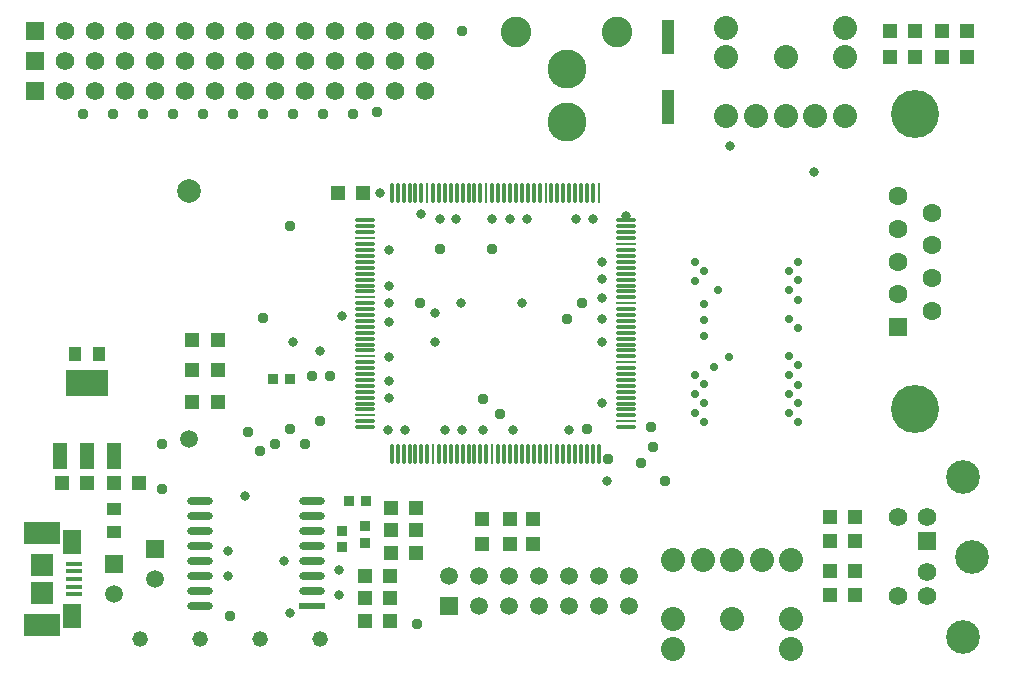
<source format=gts>
G04 Layer_Color=8388736*
%FSLAX23Y23*%
%MOIN*%
G70*
G01*
G75*
%ADD10R,0.039X0.114*%
%ADD11R,0.050X0.050*%
%ADD12R,0.038X0.032*%
%ADD13R,0.011X0.070*%
%ADD14O,0.011X0.070*%
%ADD15O,0.070X0.011*%
%ADD16R,0.070X0.011*%
%ADD17R,0.048X0.048*%
%ADD18R,0.050X0.050*%
%ADD19R,0.032X0.038*%
%ADD20R,0.048X0.088*%
%ADD21R,0.142X0.088*%
%ADD22R,0.040X0.048*%
%ADD23R,0.048X0.040*%
%ADD24R,0.086X0.024*%
%ADD25O,0.086X0.024*%
%ADD26R,0.063X0.083*%
%ADD27R,0.120X0.075*%
%ADD28R,0.075X0.075*%
%ADD29R,0.053X0.016*%
%ADD33R,0.063X0.063*%
%ADD34C,0.063*%
%ADD35C,0.160*%
%ADD36C,0.130*%
%ADD37C,0.102*%
%ADD38C,0.080*%
%ADD39R,0.059X0.059*%
%ADD40C,0.059*%
%ADD41R,0.062X0.062*%
%ADD42C,0.062*%
%ADD43R,0.062X0.062*%
%ADD44C,0.112*%
%ADD46R,0.059X0.059*%
%ADD47C,0.052*%
%ADD48C,0.032*%
%ADD49C,0.037*%
%ADD50C,0.028*%
%ADD65C,0.059*%
%ADD66C,0.079*%
D10*
X2185Y2108D02*
D03*
Y1872D02*
D03*
D11*
X166Y620D02*
D03*
X250D02*
D03*
X424D02*
D03*
X340D02*
D03*
X1263Y388D02*
D03*
X1347D02*
D03*
X3009Y2125D02*
D03*
X2925D02*
D03*
Y2040D02*
D03*
X3009D02*
D03*
X1085Y1585D02*
D03*
X1169D02*
D03*
X2810Y505D02*
D03*
X2726D02*
D03*
Y245D02*
D03*
X2810D02*
D03*
Y425D02*
D03*
X2726D02*
D03*
Y325D02*
D03*
X2810D02*
D03*
X1260Y310D02*
D03*
X1176D02*
D03*
X1260Y235D02*
D03*
X1176D02*
D03*
X1347Y538D02*
D03*
X1263D02*
D03*
X1347Y463D02*
D03*
X1263D02*
D03*
X601Y995D02*
D03*
X685D02*
D03*
Y890D02*
D03*
X601D02*
D03*
Y1095D02*
D03*
X685D02*
D03*
X1260Y160D02*
D03*
X1176D02*
D03*
D12*
X1100Y461D02*
D03*
Y405D02*
D03*
X1175Y420D02*
D03*
Y476D02*
D03*
D13*
X1955Y1585D02*
D03*
X1778D02*
D03*
X1581D02*
D03*
X1384D02*
D03*
X1403Y715D02*
D03*
X1600D02*
D03*
X1797D02*
D03*
D14*
X1935Y1585D02*
D03*
X1916D02*
D03*
X1896D02*
D03*
X1876D02*
D03*
X1857D02*
D03*
X1837D02*
D03*
X1817D02*
D03*
X1797D02*
D03*
X1758D02*
D03*
X1738D02*
D03*
X1719D02*
D03*
X1699D02*
D03*
X1679D02*
D03*
X1660D02*
D03*
X1640D02*
D03*
X1620D02*
D03*
X1600D02*
D03*
X1561D02*
D03*
X1541D02*
D03*
X1522D02*
D03*
X1502D02*
D03*
X1482D02*
D03*
X1462D02*
D03*
X1443D02*
D03*
X1423D02*
D03*
X1403D02*
D03*
X1364D02*
D03*
X1344D02*
D03*
X1325D02*
D03*
X1305D02*
D03*
X1285D02*
D03*
X1265D02*
D03*
Y715D02*
D03*
X1285D02*
D03*
X1305D02*
D03*
X1325D02*
D03*
X1344D02*
D03*
X1364D02*
D03*
X1384D02*
D03*
X1423D02*
D03*
X1443D02*
D03*
X1462D02*
D03*
X1482D02*
D03*
X1502D02*
D03*
X1522D02*
D03*
X1541D02*
D03*
X1561D02*
D03*
X1581D02*
D03*
X1620D02*
D03*
X1640D02*
D03*
X1660D02*
D03*
X1679D02*
D03*
X1699D02*
D03*
X1719D02*
D03*
X1738D02*
D03*
X1758D02*
D03*
X1778D02*
D03*
X1817D02*
D03*
X1837D02*
D03*
X1857D02*
D03*
X1876D02*
D03*
X1896D02*
D03*
X1916D02*
D03*
X1935D02*
D03*
X1955D02*
D03*
D15*
X1176Y1495D02*
D03*
Y1475D02*
D03*
Y1456D02*
D03*
Y1416D02*
D03*
Y1396D02*
D03*
Y1377D02*
D03*
Y1357D02*
D03*
Y1337D02*
D03*
Y1318D02*
D03*
Y1298D02*
D03*
Y1278D02*
D03*
Y1259D02*
D03*
Y1219D02*
D03*
Y1199D02*
D03*
Y1180D02*
D03*
Y1160D02*
D03*
Y1140D02*
D03*
Y1121D02*
D03*
Y1101D02*
D03*
Y1081D02*
D03*
Y1062D02*
D03*
Y1022D02*
D03*
Y1003D02*
D03*
Y983D02*
D03*
Y963D02*
D03*
Y943D02*
D03*
Y924D02*
D03*
Y904D02*
D03*
Y884D02*
D03*
Y865D02*
D03*
Y825D02*
D03*
Y805D02*
D03*
X2045D02*
D03*
Y845D02*
D03*
Y865D02*
D03*
Y884D02*
D03*
Y904D02*
D03*
Y924D02*
D03*
Y943D02*
D03*
Y963D02*
D03*
Y983D02*
D03*
Y1003D02*
D03*
Y1042D02*
D03*
Y1062D02*
D03*
Y1081D02*
D03*
Y1101D02*
D03*
Y1121D02*
D03*
Y1140D02*
D03*
Y1160D02*
D03*
Y1180D02*
D03*
Y1199D02*
D03*
Y1239D02*
D03*
Y1259D02*
D03*
Y1278D02*
D03*
Y1298D02*
D03*
Y1318D02*
D03*
Y1337D02*
D03*
Y1357D02*
D03*
Y1377D02*
D03*
Y1396D02*
D03*
Y1436D02*
D03*
Y1456D02*
D03*
Y1475D02*
D03*
Y1495D02*
D03*
D16*
X1176Y1436D02*
D03*
Y1239D02*
D03*
Y1042D02*
D03*
Y845D02*
D03*
X2045Y825D02*
D03*
Y1022D02*
D03*
Y1219D02*
D03*
Y1416D02*
D03*
D17*
X3184Y2125D02*
D03*
X3100D02*
D03*
Y2040D02*
D03*
X3184D02*
D03*
D18*
X1735Y500D02*
D03*
Y416D02*
D03*
X1660Y500D02*
D03*
Y416D02*
D03*
X1565D02*
D03*
Y500D02*
D03*
D19*
X1180Y560D02*
D03*
X1124D02*
D03*
X869Y965D02*
D03*
X925D02*
D03*
D20*
X160Y710D02*
D03*
X250D02*
D03*
X340D02*
D03*
D21*
X250Y954D02*
D03*
D22*
X289Y1050D02*
D03*
X210D02*
D03*
D23*
X340Y534D02*
D03*
Y455D02*
D03*
D24*
X1000Y210D02*
D03*
D25*
Y260D02*
D03*
Y310D02*
D03*
Y360D02*
D03*
Y410D02*
D03*
Y460D02*
D03*
Y510D02*
D03*
Y560D02*
D03*
X625D02*
D03*
Y510D02*
D03*
Y460D02*
D03*
Y410D02*
D03*
Y360D02*
D03*
Y310D02*
D03*
Y260D02*
D03*
Y210D02*
D03*
D26*
X200Y178D02*
D03*
Y422D02*
D03*
D27*
X100Y148D02*
D03*
Y452D02*
D03*
D28*
Y253D02*
D03*
Y347D02*
D03*
D29*
X205Y249D02*
D03*
Y274D02*
D03*
Y300D02*
D03*
Y326D02*
D03*
Y351D02*
D03*
D33*
X2953Y1140D02*
D03*
D34*
Y1249D02*
D03*
Y1358D02*
D03*
Y1467D02*
D03*
Y1576D02*
D03*
X3065Y1194D02*
D03*
Y1304D02*
D03*
Y1413D02*
D03*
Y1521D02*
D03*
D35*
X3009Y866D02*
D03*
Y1850D02*
D03*
D36*
X1849Y2000D02*
D03*
Y1823D02*
D03*
D37*
X1681Y2124D02*
D03*
X2016D02*
D03*
D38*
X2400Y165D02*
D03*
X2203Y362D02*
D03*
X2302D02*
D03*
X2498D02*
D03*
X2597D02*
D03*
Y165D02*
D03*
X2203D02*
D03*
X2400Y362D02*
D03*
X2597Y67D02*
D03*
X2203D02*
D03*
X2578Y2039D02*
D03*
X2775Y1842D02*
D03*
X2676D02*
D03*
X2480D02*
D03*
X2381D02*
D03*
Y2039D02*
D03*
X2775D02*
D03*
X2578Y1842D02*
D03*
X2381Y2137D02*
D03*
X2775D02*
D03*
D39*
X1455Y210D02*
D03*
D40*
Y310D02*
D03*
X1555Y210D02*
D03*
Y310D02*
D03*
X1655Y210D02*
D03*
Y310D02*
D03*
X1755Y210D02*
D03*
Y310D02*
D03*
X1855Y210D02*
D03*
Y310D02*
D03*
X1955Y210D02*
D03*
Y310D02*
D03*
X2055Y210D02*
D03*
Y310D02*
D03*
X340Y250D02*
D03*
X475Y300D02*
D03*
D41*
X75Y2125D02*
D03*
Y2025D02*
D03*
Y1925D02*
D03*
D42*
X175Y2125D02*
D03*
X275D02*
D03*
X375D02*
D03*
X475D02*
D03*
X575D02*
D03*
X675D02*
D03*
X775D02*
D03*
X875D02*
D03*
X975D02*
D03*
X1075D02*
D03*
X1175D02*
D03*
X1275D02*
D03*
X1375D02*
D03*
X175Y2025D02*
D03*
X275D02*
D03*
X375D02*
D03*
X475D02*
D03*
X575D02*
D03*
X675D02*
D03*
X775D02*
D03*
X875D02*
D03*
X975D02*
D03*
X1075D02*
D03*
X1175D02*
D03*
X1275D02*
D03*
X1375D02*
D03*
X175Y1925D02*
D03*
X275D02*
D03*
X375D02*
D03*
X475D02*
D03*
X575D02*
D03*
X675D02*
D03*
X775D02*
D03*
X875D02*
D03*
X975D02*
D03*
X1075D02*
D03*
X1175D02*
D03*
X1275D02*
D03*
X1375D02*
D03*
X3051Y323D02*
D03*
Y506D02*
D03*
Y242D02*
D03*
X2953Y506D02*
D03*
Y242D02*
D03*
D43*
X3051Y425D02*
D03*
D44*
X3169Y640D02*
D03*
X3201Y374D02*
D03*
X3169Y108D02*
D03*
D46*
X340Y350D02*
D03*
X475Y400D02*
D03*
D47*
X625Y100D02*
D03*
X425D02*
D03*
X1025D02*
D03*
X825D02*
D03*
D48*
X2045Y1510D02*
D03*
X2184Y1850D02*
D03*
X166Y620D02*
D03*
X424D02*
D03*
X1984Y625D02*
D03*
X2674Y1658D02*
D03*
X2394Y1743D02*
D03*
X1263Y388D02*
D03*
X1100Y405D02*
D03*
X925Y965D02*
D03*
X869D02*
D03*
X1255Y1040D02*
D03*
Y1155D02*
D03*
Y1220D02*
D03*
X1600Y1500D02*
D03*
X1660D02*
D03*
X1716D02*
D03*
X1444Y795D02*
D03*
X1225Y1585D02*
D03*
X1965Y1165D02*
D03*
Y1300D02*
D03*
Y1355D02*
D03*
Y1090D02*
D03*
X1855Y795D02*
D03*
X1670D02*
D03*
X1500D02*
D03*
X1570D02*
D03*
X1254D02*
D03*
X1310D02*
D03*
X1255Y904D02*
D03*
Y960D02*
D03*
Y1276D02*
D03*
Y1395D02*
D03*
X1425Y1500D02*
D03*
X1481D02*
D03*
X1880D02*
D03*
X1936D02*
D03*
X1660Y416D02*
D03*
X1965Y885D02*
D03*
Y1236D02*
D03*
X1100Y1175D02*
D03*
X1495Y1220D02*
D03*
X1700D02*
D03*
X1410Y1185D02*
D03*
Y1090D02*
D03*
X935D02*
D03*
X600Y995D02*
D03*
X1025Y1060D02*
D03*
X1565Y415D02*
D03*
X720Y394D02*
D03*
X905Y360D02*
D03*
X720Y310D02*
D03*
X600Y1095D02*
D03*
X1090Y330D02*
D03*
Y246D02*
D03*
X925Y185D02*
D03*
X775Y575D02*
D03*
X1364Y1515D02*
D03*
D49*
X1350Y150D02*
D03*
X600Y890D02*
D03*
X925Y1475D02*
D03*
X1000Y975D02*
D03*
X1025Y825D02*
D03*
X1360Y1220D02*
D03*
X1600Y1400D02*
D03*
X1915Y800D02*
D03*
X1985Y700D02*
D03*
X1035Y1850D02*
D03*
X1135D02*
D03*
X735D02*
D03*
X535D02*
D03*
X635D02*
D03*
X1500Y2125D02*
D03*
X935Y1850D02*
D03*
X435D02*
D03*
X835D02*
D03*
X2175Y625D02*
D03*
X785Y790D02*
D03*
X2135Y740D02*
D03*
X1215Y1855D02*
D03*
X500Y750D02*
D03*
X2095Y685D02*
D03*
X2130Y805D02*
D03*
X1425Y1400D02*
D03*
X1570Y900D02*
D03*
X1625Y850D02*
D03*
X1850Y1165D02*
D03*
X1900Y1220D02*
D03*
X1060Y975D02*
D03*
X3184Y2040D02*
D03*
Y2125D02*
D03*
X2925Y2040D02*
D03*
X235Y1850D02*
D03*
X335D02*
D03*
X835Y1170D02*
D03*
X825Y725D02*
D03*
X875Y750D02*
D03*
X975D02*
D03*
X925Y800D02*
D03*
X725Y175D02*
D03*
X500Y600D02*
D03*
D50*
X2275Y854D02*
D03*
X2305Y822D02*
D03*
Y885D02*
D03*
X2275Y917D02*
D03*
X2305Y949D02*
D03*
X2620Y948D02*
D03*
X2590Y918D02*
D03*
X2620Y886D02*
D03*
X2590Y854D02*
D03*
X2620Y823D02*
D03*
X2275Y981D02*
D03*
X2590Y980D02*
D03*
X2340Y1007D02*
D03*
X2620Y1012D02*
D03*
X2388Y1040D02*
D03*
X2620Y1137D02*
D03*
X2305Y1111D02*
D03*
X2590Y1168D02*
D03*
X2305Y1215D02*
D03*
X2352Y1262D02*
D03*
X2275Y1294D02*
D03*
X2305Y1326D02*
D03*
X2275Y1358D02*
D03*
X2590Y1263D02*
D03*
X2620Y1295D02*
D03*
X2590Y1326D02*
D03*
Y1042D02*
D03*
X2305Y1162D02*
D03*
X2620Y1231D02*
D03*
Y1358D02*
D03*
D65*
X590Y768D02*
D03*
D66*
Y1594D02*
D03*
M02*

</source>
